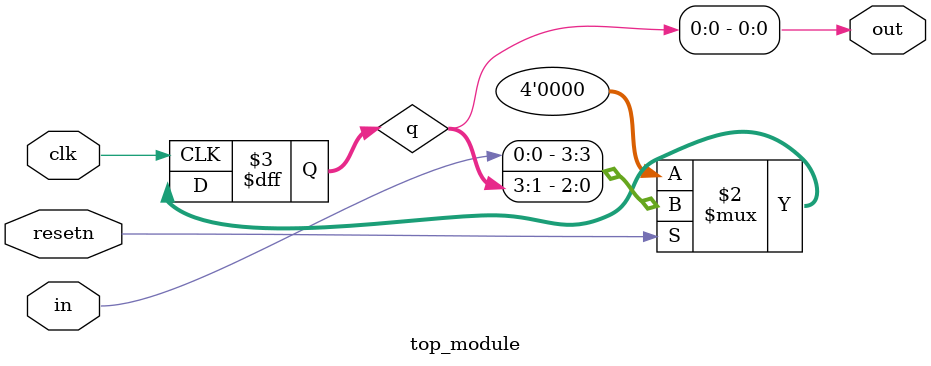
<source format=v>
module top_module (
    input  clk,
    input  resetn,  // synchronous reset
    input  in,
    output out
);

  reg [3:0] q;

  always @(posedge clk) begin
    q <= resetn ? {in, q[3:1]} : 4'h0;
  end

  assign out = q[0];

endmodule

</source>
